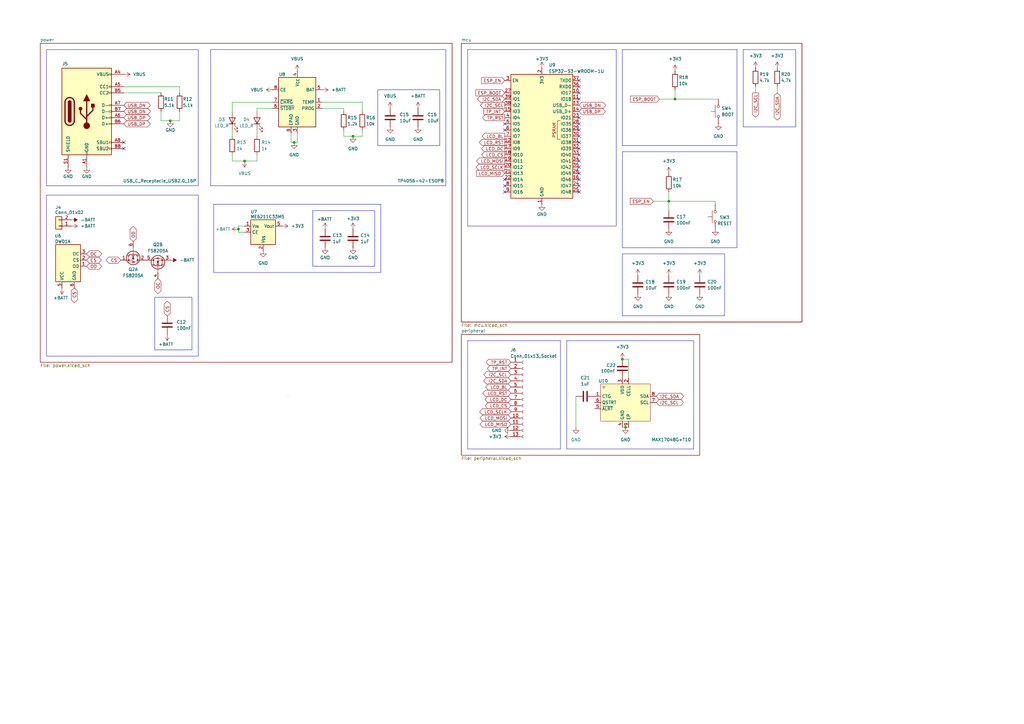
<source format=kicad_sch>
(kicad_sch (version 20250114) (generator "eeschema") (generator_version "9.0")
  (paper "A3")
  (lib_symbols
    (symbol "Battery_Management:DW01A"
      (property "Reference" "U3" (at 1.2701 6.35 90))
      (property "Value" "DW01A" (at -1.2699 6.35 90))
      (symbol "DW01A_0_1"
        (pin power_in line (at -10.16 2.54 0) (length 2.54) (name "VCC") (number "5"))
        (pin power_in line (at -10.16 -2.54 0) (length 2.54) (name "GND") (number "6"))
        (pin output line (at -1.27 -7.62 90) (length 2.54) (name "OD") (number "1"))
        (pin input line (at 1.27 -7.62 90) (length 2.54) (name "CS") (number "2"))
        (pin output line (at 3.81 -7.62 90) (length 2.54) (name "OC") (number "3"))
      )
      (symbol "DW01A_1_1"
        (rectangle (start -7.62 5.08) (end 7.62 -5.08) (stroke (width 0.254)) (fill (type background)))
        (pin no_connect line (at 10.16 2.54 180) (length 2.54) (hide yes) (name "TD") (number "4"))
      )
    )
    (symbol "Battery_Management:TP4056-42-ESOP8"
      (property "Reference" "U" (at -6.604 11.684 0))
      (property "Value" "TP4056-42-ESOP8" (at 10.16 11.684 0))
      (symbol "TP4056-42-ESOP8_1_0"
        (pin input line (at -10.16 5.08 0) (length 2.54) (name "CE") (number "8"))
        (pin open_collector line (at -10.16 0 0) (length 2.54) (name "~{CHRG}") (number "7"))
        (pin open_collector line (at -10.16 -2.54 0) (length 2.54) (name "~{STDBY}") (number "6"))
        (pin passive line (at -2.54 -12.7 90) (length 2.54) (name "EPAD") (number "9"))
        (pin power_in line (at 0 12.7 270) (length 2.54) (name "V_{CC}") (number "4"))
        (pin power_in line (at 0 -12.7 90) (length 2.54) (name "GND") (number "3"))
        (pin power_out line (at 10.16 5.08 180) (length 2.54) (name "BAT") (number "5"))
        (pin input line (at 10.16 0 180) (length 2.54) (name "TEMP") (number "1"))
        (pin passive line (at 10.16 -2.54 180) (length 2.54) (name "PROG") (number "2"))
      )
      (symbol "TP4056-42-ESOP8_1_1"
        (rectangle (start -7.62 10.16) (end 7.62 -10.16) (stroke (width 0.254)) (fill (type background)))
      )
    )
    (symbol "Connector:Conn_01x13_Socket" (pin_names (offset 1.016) (hide yes))
      (property "Reference" "J" (at 0 17.78 0))
      (property "Value" "Conn_01x13_Socket" (at 0 -17.78 0))
      (symbol "Conn_01x13_Socket_1_1"
        (polyline (pts (xy -1.27 15.24) (xy -0.508 15.24)) (stroke (width 0.1524)))
        (polyline (pts (xy -1.27 12.7) (xy -0.508 12.7)) (stroke (width 0.1524)))
        (polyline (pts (xy -1.27 10.16) (xy -0.508 10.16)) (stroke (width 0.1524)))
        (polyline (pts (xy -1.27 7.62) (xy -0.508 7.62)) (stroke (width 0.1524)))
        (polyline (pts (xy -1.27 5.08) (xy -0.508 5.08)) (stroke (width 0.1524)))
        (polyline (pts (xy -1.27 2.54) (xy -0.508 2.54)) (stroke (width 0.1524)))
        (polyline (pts (xy -1.27 0) (xy -0.508 0)) (stroke (width 0.1524)))
        (polyline (pts (xy -1.27 -2.54) (xy -0.508 -2.54)) (stroke (width 0.1524)))
        (polyline (pts (xy -1.27 -5.08) (xy -0.508 -5.08)) (stroke (width 0.1524)))
        (polyline (pts (xy -1.27 -7.62) (xy -0.508 -7.62)) (stroke (width 0.1524)))
        (polyline (pts (xy -1.27 -10.16) (xy -0.508 -10.16)) (stroke (width 0.1524)))
        (polyline (pts (xy -1.27 -12.7) (xy -0.508 -12.7)) (stroke (width 0.1524)))
        (polyline (pts (xy -1.27 -15.24) (xy -0.508 -15.24)) (stroke (width 0.1524)))
        (arc (start 0 14.732) (mid -0.5058 15.24) (end 0 15.748) (stroke (width 0.1524)))
        (arc (start 0 12.192) (mid -0.5058 12.7) (end 0 13.208) (stroke (width 0.1524)))
        (arc (start 0 9.652) (mid -0.5058 10.16) (end 0 10.668) (stroke (width 0.1524)))
        (arc (start 0 7.112) (mid -0.5058 7.62) (end 0 8.128) (stroke (width 0.1524)))
        (arc (start 0 4.572) (mid -0.5058 5.08) (end 0 5.588) (stroke (width 0.1524)))
        (arc (start 0 2.032) (mid -0.5058 2.54) (end 0 3.048) (stroke (width 0.1524)))
        (arc (start 0 -0.508) (mid -0.5058 0) (end 0 0.508) (stroke (width 0.1524)))
        (arc (start 0 -3.048) (mid -0.5058 -2.54) (end 0 -2.032) (stroke (width 0.1524)))
        (arc (start 0 -5.588) (mid -0.5058 -5.08) (end 0 -4.572) (stroke (width 0.1524)))
        (arc (start 0 -8.128) (mid -0.5058 -7.62) (end 0 -7.112) (stroke (width 0.1524)))
        (arc (start 0 -10.668) (mid -0.5058 -10.16) (end 0 -9.652) (stroke (width 0.1524)))
        (arc (start 0 -13.208) (mid -0.5058 -12.7) (end 0 -12.192) (stroke (width 0.1524)))
        (arc (start 0 -15.748) (mid -0.5058 -15.24) (end 0 -14.732) (stroke (width 0.1524)))
        (pin passive line (at -5.08 15.24 0) (length 3.81) (name "Pin_1") (number "1"))
        (pin passive line (at -5.08 12.7 0) (length 3.81) (name "Pin_2") (number "2"))
        (pin passive line (at -5.08 10.16 0) (length 3.81) (name "Pin_3") (number "3"))
        (pin passive line (at -5.08 7.62 0) (length 3.81) (name "Pin_4") (number "4"))
        (pin passive line (at -5.08 5.08 0) (length 3.81) (name "Pin_5") (number "5"))
        (pin passive line (at -5.08 2.54 0) (length 3.81) (name "Pin_6") (number "6"))
        (pin passive line (at -5.08 0 0) (length 3.81) (name "Pin_7") (number "7"))
        (pin passive line (at -5.08 -2.54 0) (length 3.81) (name "Pin_8") (number "8"))
        (pin passive line (at -5.08 -5.08 0) (length 3.81) (name "Pin_9") (number "9"))
        (pin passive line (at -5.08 -7.62 0) (length 3.81) (name "Pin_10") (number "10"))
        (pin passive line (at -5.08 -10.16 0) (length 3.81) (name "Pin_11") (number "11"))
        (pin passive line (at -5.08 -12.7 0) (length 3.81) (name "Pin_12") (number "12"))
        (pin passive line (at -5.08 -15.24 0) (length 3.81) (name "Pin_13") (number "13"))
      )
    )
    (symbol "Connector:USB_C_Receptacle_USB2.0_16P" (pin_names (offset 1.016))
      (property "Reference" "J" (at 0 22.225 0))
      (property "Value" "USB_C_Receptacle_USB2.0_16P" (at 0 19.685 0))
      (symbol "USB_C_Receptacle_USB2.0_16P_0_0"
        (rectangle (start -0.254 -17.78) (end 0.254 -16.764))
        (rectangle (start 10.16 15.494) (end 9.144 14.986))
        (rectangle (start 10.16 10.414) (end 9.144 9.906))
        (rectangle (start 10.16 7.874) (end 9.144 7.366))
        (rectangle (start 10.16 2.794) (end 9.144 2.286))
        (rectangle (start 10.16 0.254) (end 9.144 -0.254))
        (rectangle (start 10.16 -2.286) (end 9.144 -2.794))
        (rectangle (start 10.16 -4.826) (end 9.144 -5.334))
        (rectangle (start 10.16 -12.446) (end 9.144 -12.954))
        (rectangle (start 10.16 -14.986) (end 9.144 -15.494))
      )
      (symbol "USB_C_Receptacle_USB2.0_16P_0_1"
        (rectangle (start -10.16 17.78) (end 10.16 -17.78) (stroke (width 0.254)) (fill (type background)))
        (polyline (pts (xy -8.89 -3.81) (xy -8.89 3.81)) (stroke (width 0.508)))
        (rectangle (start -7.62 -3.81) (end -6.35 3.81) (stroke (width 0.254)) (fill (type outline)))
        (arc (start -7.62 3.81) (mid -6.985 4.4423) (end -6.35 3.81) (stroke (width 0.254)))
        (arc (start -7.62 3.81) (mid -6.985 4.4423) (end -6.35 3.81) (stroke (width 0.254)) (fill (type outline)))
        (arc (start -8.89 3.81) (mid -6.985 5.7067) (end -5.08 3.81) (stroke (width 0.508)))
        (arc (start -5.08 -3.81) (mid -6.985 -5.7067) (end -8.89 -3.81) (stroke (width 0.508)))
        (arc (start -6.35 -3.81) (mid -6.985 -4.4423) (end -7.62 -3.81) (stroke (width 0.254)))
        (arc (start -6.35 -3.81) (mid -6.985 -4.4423) (end -7.62 -3.81) (stroke (width 0.254)) (fill (type outline)))
        (polyline (pts (xy -5.08 3.81) (xy -5.08 -3.81)) (stroke (width 0.508)))
        (circle (center -2.54 1.143) (radius 0.635) (stroke (width 0.254)) (fill (type outline)))
        (polyline (pts (xy -1.27 4.318) (xy 0 6.858) (xy 1.27 4.318) (xy -1.27 4.318)) (stroke (width 0.254)) (fill (type outline)))
        (polyline (pts (xy 0 -2.032) (xy 2.54 0.508) (xy 2.54 1.778)) (stroke (width 0.508)))
        (polyline (pts (xy 0 -3.302) (xy -2.54 -0.762) (xy -2.54 0.508)) (stroke (width 0.508)))
        (polyline (pts (xy 0 -5.842) (xy 0 4.318)) (stroke (width 0.508)))
        (circle (center 0 -5.842) (radius 1.27) (fill (type outline)))
        (rectangle (start 1.905 1.778) (end 3.175 3.048) (stroke (width 0.254)) (fill (type outline)))
      )
      (symbol "USB_C_Receptacle_USB2.0_16P_1_1"
        (pin passive line (at -7.62 -22.86 90) (length 5.08) (name "SHIELD") (number "S1"))
        (pin passive line (at 0 -22.86 90) (length 5.08) (name "GND") (number "A1"))
        (pin passive line (at 0 -22.86 90) (length 5.08) (hide yes) (name "GND") (number "A12"))
        (pin passive line (at 0 -22.86 90) (length 5.08) (hide yes) (name "GND") (number "B1"))
        (pin passive line (at 0 -22.86 90) (length 5.08) (hide yes) (name "GND") (number "B12"))
        (pin passive line (at 15.24 15.24 180) (length 5.08) (name "VBUS") (number "A4"))
        (pin passive line (at 15.24 15.24 180) (length 5.08) (hide yes) (name "VBUS") (number "A9"))
        (pin passive line (at 15.24 15.24 180) (length 5.08) (hide yes) (name "VBUS") (number "B4"))
        (pin passive line (at 15.24 15.24 180) (length 5.08) (hide yes) (name "VBUS") (number "B9"))
        (pin bidirectional line (at 15.24 10.16 180) (length 5.08) (name "CC1") (number "A5"))
        (pin bidirectional line (at 15.24 7.62 180) (length 5.08) (name "CC2") (number "B5"))
        (pin bidirectional line (at 15.24 2.54 180) (length 5.08) (name "D-") (number "A7"))
        (pin bidirectional line (at 15.24 0 180) (length 5.08) (name "D-") (number "B7"))
        (pin bidirectional line (at 15.24 -2.54 180) (length 5.08) (name "D+") (number "A6"))
        (pin bidirectional line (at 15.24 -5.08 180) (length 5.08) (name "D+") (number "B6"))
        (pin bidirectional line (at 15.24 -12.7 180) (length 5.08) (name "SBU1") (number "A8"))
        (pin bidirectional line (at 15.24 -15.24 180) (length 5.08) (name "SBU2") (number "B8"))
      )
    )
    (symbol "Connector_Generic:Conn_01x02" (pin_names (offset 1.016) (hide yes))
      (property "Reference" "J" (at 0 2.54 0))
      (property "Value" "Conn_01x02" (at 0 -5.08 0))
      (symbol "Conn_01x02_1_1"
        (rectangle (start -1.27 1.27) (end 1.27 -3.81) (stroke (width 0.254)) (fill (type background)))
        (rectangle (start -1.27 0.127) (end 0 -0.127) (stroke (width 0.1524)))
        (rectangle (start -1.27 -2.413) (end 0 -2.667) (stroke (width 0.1524)))
        (pin passive line (at -5.08 0 0) (length 3.81) (name "Pin_1") (number "1"))
        (pin passive line (at -5.08 -2.54 0) (length 3.81) (name "Pin_2") (number "2"))
      )
    )
    (symbol "Device:C" (pin_numbers (hide yes)) (pin_names (offset 0.254))
      (property "Reference" "C" (at 0.635 2.54 0))
      (property "Value" "C" (at 0.635 -2.54 0))
      (symbol "C_0_1"
        (polyline (pts (xy -2.032 0.762) (xy 2.032 0.762)) (stroke (width 0.508)))
        (polyline (pts (xy -2.032 -0.762) (xy 2.032 -0.762)) (stroke (width 0.508)))
      )
      (symbol "C_1_1"
        (pin passive line (at 0 3.81 270) (length 2.794) (name "~") (number "1"))
        (pin passive line (at 0 -3.81 90) (length 2.794) (name "~") (number "2"))
      )
    )
    (symbol "Device:LED" (pin_numbers (hide yes)) (pin_names (offset 1.016) (hide yes))
      (property "Reference" "D" (at 0 2.54 0))
      (property "Value" "LED" (at 0 -2.54 0))
      (symbol "LED_0_1"
        (polyline (pts (xy -3.048 -0.762) (xy -4.572 -2.286) (xy -3.81 -2.286) (xy -4.572 -2.286) (xy -4.572 -1.524)))
        (polyline (pts (xy -1.778 -0.762) (xy -3.302 -2.286) (xy -2.54 -2.286) (xy -3.302 -2.286) (xy -3.302 -1.524)))
        (polyline (pts (xy -1.27 0) (xy 1.27 0)))
        (polyline (pts (xy -1.27 -1.27) (xy -1.27 1.27)) (stroke (width 0.254)))
        (polyline (pts (xy 1.27 -1.27) (xy 1.27 1.27) (xy -1.27 0) (xy 1.27 -1.27)) (stroke (width 0.254)))
      )
      (symbol "LED_1_1"
        (pin passive line (at -3.81 0 0) (length 2.54) (name "K") (number "1"))
        (pin passive line (at 3.81 0 180) (length 2.54) (name "A") (number "2"))
      )
    )
    (symbol "Device:R" (pin_numbers (hide yes)) (pin_names (offset 0))
      (property "Reference" "R" (at 2.032 0 90))
      (property "Value" "R" (at 0 0 90))
      (symbol "R_0_1"
        (rectangle (start -1.016 -2.54) (end 1.016 2.54) (stroke (width 0.254)))
      )
      (symbol "R_1_1"
        (pin passive line (at 0 3.81 270) (length 1.27) (name "~") (number "1"))
        (pin passive line (at 0 -3.81 90) (length 1.27) (name "~") (number "2"))
      )
    )
    (symbol "RF_Module:ESP32-S3-WROOM-1"
      (property "Reference" "U" (at -12.7 26.67 0))
      (property "Value" "ESP32-S3-WROOM-1" (at 12.7 26.67 0))
      (symbol "ESP32-S3-WROOM-1_0_0"
        (rectangle (start -12.7 25.4) (end 12.7 -25.4) (stroke (width 0.254)) (fill (type background)))
        (text "PSRAM" (at 5.08 2.54 900) (effects (font (size 1.27 1.27))))
      )
      (symbol "ESP32-S3-WROOM-1_0_1"
        (polyline (pts (xy 7.62 -1.27) (xy 6.35 -1.27) (xy 6.35 6.35) (xy 7.62 6.35)))
      )
      (symbol "ESP32-S3-WROOM-1_1_1"
        (pin input line (at -15.24 22.86 0) (length 2.54) (name "EN") (number "3"))
        (pin bidirectional line (at -15.24 17.78 0) (length 2.54) (name "IO0") (number "27"))
        (pin bidirectional line (at -15.24 15.24 0) (length 2.54) (name "IO1") (number "39"))
        (pin bidirectional line (at -15.24 12.7 0) (length 2.54) (name "IO2") (number "38"))
        (pin bidirectional line (at -15.24 10.16 0) (length 2.54) (name "IO3") (number "15"))
        (pin bidirectional line (at -15.24 7.62 0) (length 2.54) (name "IO4") (number "4"))
        (pin bidirectional line (at -15.24 5.08 0) (length 2.54) (name "IO5") (number "5"))
        (pin bidirectional line (at -15.24 2.54 0) (length 2.54) (name "IO6") (number "6"))
        (pin bidirectional line (at -15.24 0 0) (length 2.54) (name "IO7") (number "7"))
        (pin bidirectional line (at -15.24 -2.54 0) (length 2.54) (name "IO8") (number "12"))
        (pin bidirectional line (at -15.24 -5.08 0) (length 2.54) (name "IO9") (number "17"))
        (pin bidirectional line (at -15.24 -7.62 0) (length 2.54) (name "IO10") (number "18"))
        (pin bidirectional line (at -15.24 -10.16 0) (length 2.54) (name "IO11") (number "19"))
        (pin bidirectional line (at -15.24 -12.7 0) (length 2.54) (name "IO12") (number "20"))
        (pin bidirectional line (at -15.24 -15.24 0) (length 2.54) (name "IO13") (number "21"))
        (pin bidirectional line (at -15.24 -17.78 0) (length 2.54) (name "IO14") (number "22"))
        (pin bidirectional line (at -15.24 -20.32 0) (length 2.54) (name "IO15") (number "8"))
        (pin bidirectional line (at -15.24 -22.86 0) (length 2.54) (name "IO16") (number "9"))
        (pin power_in line (at 0 27.94 270) (length 2.54) (name "3V3") (number "2"))
        (pin power_in line (at 0 -27.94 90) (length 2.54) (name "GND") (number "1"))
        (pin passive line (at 0 -27.94 90) (length 2.54) (hide yes) (name "GND") (number "40"))
        (pin passive line (at 0 -27.94 90) (length 2.54) (hide yes) (name "GND") (number "41"))
        (pin bidirectional line (at 15.24 22.86 180) (length 2.54) (name "TXD0") (number "37"))
        (pin bidirectional line (at 15.24 20.32 180) (length 2.54) (name "RXD0") (number "36"))
        (pin bidirectional line (at 15.24 17.78 180) (length 2.54) (name "IO17") (number "10"))
        (pin bidirectional line (at 15.24 15.24 180) (length 2.54) (name "IO18") (number "11"))
        (pin bidirectional line (at 15.24 12.7 180) (length 2.54) (name "USB_D-") (number "13"))
        (pin bidirectional line (at 15.24 10.16 180) (length 2.54) (name "USB_D+") (number "14"))
        (pin bidirectional line (at 15.24 7.62 180) (length 2.54) (name "IO21") (number "23"))
        (pin bidirectional line (at 15.24 5.08 180) (length 2.54) (name "IO35") (number "28"))
        (pin bidirectional line (at 15.24 2.54 180) (length 2.54) (name "IO36") (number "29"))
        (pin bidirectional line (at 15.24 0 180) (length 2.54) (name "IO37") (number "30"))
        (pin bidirectional line (at 15.24 -2.54 180) (length 2.54) (name "IO38") (number "31"))
        (pin bidirectional line (at 15.24 -5.08 180) (length 2.54) (name "IO39") (number "32"))
        (pin bidirectional line (at 15.24 -7.62 180) (length 2.54) (name "IO40") (number "33"))
        (pin bidirectional line (at 15.24 -10.16 180) (length 2.54) (name "IO41") (number "34"))
        (pin bidirectional line (at 15.24 -12.7 180) (length 2.54) (name "IO42") (number "35"))
        (pin bidirectional line (at 15.24 -15.24 180) (length 2.54) (name "IO45") (number "26"))
        (pin bidirectional line (at 15.24 -17.78 180) (length 2.54) (name "IO46") (number "16"))
        (pin bidirectional line (at 15.24 -20.32 180) (length 2.54) (name "IO47") (number "24"))
        (pin bidirectional line (at 15.24 -22.86 180) (length 2.54) (name "IO48") (number "25"))
      )
    )
    (symbol "Regulator_Linear:ME6211C33M5"
      (property "Reference" "U" (at -4.572 6.35 0))
      (property "Value" "ME6211C33M5" (at 10.16 8.636 0))
      (symbol "ME6211C33M5_1_1"
        (rectangle (start -5.08 5.08) (end 5.08 -5.08) (stroke (width 0.254)) (fill (type background)))
        (pin power_in line (at -7.62 2.54 0) (length 2.54) (name "V_{IN}") (number "1"))
        (pin input line (at -7.62 0 0) (length 2.54) (name "CE") (number "3"))
        (pin power_in line (at 0 -7.62 90) (length 2.54) (name "V_{SS}") (number "2"))
        (pin no_connect line (at 5.08 0 180) (length 2.54) (hide yes) (name "NC") (number "4"))
        (pin power_out line (at 7.62 2.54 180) (length 2.54) (name "V_{OUT}") (number "5"))
      )
    )
    (symbol "Switch:SW_Push" (pin_numbers (hide yes)) (pin_names (offset 1.016) (hide yes))
      (property "Reference" "SW" (at 1.27 2.54 0))
      (property "Value" "SW_Push" (at 0 -1.524 0))
      (symbol "SW_Push_0_1"
        (circle (center -2.032 0) (radius 0.508))
        (polyline (pts (xy 0 1.27) (xy 0 3.048)))
        (circle (center 2.032 0) (radius 0.508))
        (polyline (pts (xy 2.54 1.27) (xy -2.54 1.27)))
        (pin passive line (at -5.08 0 0) (length 2.54) (name "1") (number "1"))
        (pin passive line (at 5.08 0 180) (length 2.54) (name "2") (number "2"))
      )
    )
    (symbol "VRCBadge:FS8205A" (pin_names (offset 0) (hide yes))
      (property "Reference" "Q" (at 5.08 1.905 0))
      (property "Value" "FS8205A" (at 5.08 0 0))
      (symbol "FS8205A_0_1"
        (polyline (pts (xy 0.254 1.905) (xy 0.254 -1.905)) (stroke (width 0.254)))
        (polyline (pts (xy 0.254 0) (xy -2.54 0)))
        (polyline (pts (xy 0.762 2.286) (xy 0.762 1.27)) (stroke (width 0.254)))
        (polyline (pts (xy 0.762 0.508) (xy 0.762 -0.508)) (stroke (width 0.254)))
        (polyline (pts (xy 0.762 -1.27) (xy 0.762 -2.286)) (stroke (width 0.254)))
        (polyline (pts (xy 0.762 -1.778) (xy 3.302 -1.778) (xy 3.302 1.778) (xy 0.762 1.778)))
        (polyline (pts (xy 1.016 0) (xy 2.032 0.381) (xy 2.032 -0.381) (xy 1.016 0)) (fill (type outline)))
        (circle (center 1.651 0) (radius 2.794) (stroke (width 0.254)))
        (polyline (pts (xy 2.54 2.54) (xy 2.54 1.778)))
        (circle (center 2.54 1.778) (radius 0.254) (fill (type outline)))
        (circle (center 2.54 -1.778) (radius 0.254) (fill (type outline)))
        (polyline (pts (xy 2.54 -2.54) (xy 2.54 0) (xy 0.762 0)))
        (polyline (pts (xy 2.921 0.381) (xy 3.683 0.381)))
        (polyline (pts (xy 3.302 0.381) (xy 2.921 -0.254) (xy 3.683 -0.254) (xy 3.302 0.381)))
      )
      (symbol "FS8205A_1_1"
        (pin input line (at -5.08 0 0) (length 2.54) (name "G") (number "6"))
        (pin passive line (at 2.54 5.08 270) (length 2.54) (name "D") (number "2"))
        (pin passive line (at 2.54 -5.08 90) (length 2.54) (name "S") (number "1"))
      )
      (symbol "FS8205A_2_1"
        (pin input line (at -5.08 0 0) (length 2.54) (name "G") (number "4"))
        (pin passive line (at 2.54 5.08 270) (length 2.54) (name "D") (number "5"))
        (pin passive line (at 2.54 -5.08 90) (length 2.54) (name "S") (number "3"))
      )
    )
    (symbol "VRCBadge:MAX17048G+T10"
      (property "Reference" "U5" (at 0 12.7 0))
      (property "Value" "MAX17048G+T10" (at 0 10.16 0))
      (symbol "MAX17048G+T10_0_1"
        (rectangle (start -10.16 7.62) (end 10.16 -7.62) (fill (type background)))
        (circle (center -8.89 6.35) (radius 0.38))
        (pin unspecified line (at -12.7 2.54 0) (length 2.54) (name "CTG") (number "1"))
        (pin unspecified line (at -12.7 0 0) (length 2.54) (name "QSTRT") (number "6"))
        (pin unspecified line (at -12.7 -2.54 0) (length 2.54) (name "~{ALRT}") (number "5"))
        (pin unspecified line (at -1.27 10.16 270) (length 2.54) (name "VDD") (number "3"))
        (pin unspecified line (at -1.27 -10.16 90) (length 2.54) (name "GND") (number "4"))
        (pin unspecified line (at 1.27 10.16 270) (length 2.54) (name "CELL") (number "2"))
        (pin unspecified line (at 1.27 -10.16 90) (length 2.54) (name "EP") (number "9"))
        (pin unspecified line (at 12.7 2.54 180) (length 2.54) (name "SDA") (number "8"))
        (pin unspecified line (at 12.7 0 180) (length 2.54) (name "SCL") (number "7"))
      )
    )
    (symbol "power:+3V3" (power) (pin_numbers (hide yes)) (pin_names (offset 0) (hide yes))
      (property "Value" "+3V3" (at 0 3.556 0))
      (symbol "+3V3_0_1"
        (polyline (pts (xy -0.762 1.27) (xy 0 2.54)))
        (polyline (pts (xy 0 2.54) (xy 0.762 1.27)))
        (polyline (pts (xy 0 0) (xy 0 2.54)))
      )
      (symbol "+3V3_1_1"
        (pin power_in line (at 0 0 90) (length 0) (name "~") (number "1"))
      )
    )
    (symbol "power:+BATT" (power) (pin_numbers (hide yes)) (pin_names (offset 0) (hide yes))
      (property "Value" "+BATT" (at 0 3.556 0))
      (symbol "+BATT_0_1"
        (polyline (pts (xy -0.762 1.27) (xy 0 2.54)))
        (polyline (pts (xy 0 2.54) (xy 0.762 1.27)))
        (polyline (pts (xy 0 0) (xy 0 2.54)))
      )
      (symbol "+BATT_1_1"
        (pin power_in line (at 0 0 90) (length 0) (name "~") (number "1"))
      )
    )
    (symbol "power:-BATT" (power) (pin_numbers (hide yes)) (pin_names (offset 0) (hide yes))
      (property "Value" "-BATT" (at 0 3.556 0))
      (symbol "-BATT_0_1"
        (polyline (pts (xy 0 0) (xy 0 2.54)))
        (polyline (pts (xy 0.762 1.27) (xy -0.762 1.27) (xy 0 2.54) (xy 0.762 1.27)) (fill (type outline)))
      )
      (symbol "-BATT_1_1"
        (pin power_in line (at 0 0 90) (length 0) (name "~") (number "1"))
      )
    )
    (symbol "power:GND" (power) (pin_numbers (hide yes)) (pin_names (offset 0) (hide yes))
      (property "Value" "GND" (at 0 -3.81 0))
      (symbol "GND_0_1"
        (polyline (pts (xy 0 0) (xy 0 -1.27) (xy 1.27 -1.27) (xy 0 -2.54) (xy -1.27 -1.27) (xy 0 -1.27)))
      )
      (symbol "GND_1_1"
        (pin power_in line (at 0 0 270) (length 0) (name "~") (number "1"))
      )
    )
    (symbol "power:VBUS" (power) (pin_numbers (hide yes)) (pin_names (offset 0) (hide yes))
      (property "Value" "VBUS" (at 0 3.556 0))
      (symbol "VBUS_0_1"
        (polyline (pts (xy -0.762 1.27) (xy 0 2.54)))
        (polyline (pts (xy 0 2.54) (xy 0.762 1.27)))
        (polyline (pts (xy 0 0) (xy 0 2.54)))
      )
      (symbol "VBUS_1_1"
        (pin power_in line (at 0 0 90) (length 0) (name "~") (number "1"))
      )
    )
  )
  (rectangle (start 191.77 20.32) (end 252.73 92.71))
  (rectangle (start 87.63 83.82) (end 156.21 111.76))
  (rectangle (start 232.41 139.7) (end 284.48 184.15))
  (rectangle (start 154.94 36.83) (end 180.34 59.69))
  (rectangle (start 63.5 121.92) (end 78.74 143.51))
  (rectangle (start 255.27 104.14) (end 297.18 129.54))
  (rectangle (start 19.05 80.01) (end 81.28 146.05))
  (rectangle (start 118.11 162.56) (end 118.11 162.56))
  (rectangle (start 255.27 20.32) (end 302.26 59.69))
  (rectangle (start 304.8 20.32) (end 326.39 52.07))
  (rectangle (start 19.05 20.32) (end 81.28 76.2))
  (rectangle (start 191.77 139.7) (end 229.87 184.15))
  (rectangle (start 255.27 62.23) (end 302.26 101.6))
  (rectangle (start 86.36 20.32) (end 182.88 76.2))
  (rectangle (start 128.27 86.36) (end 153.67 109.22))
  (junction (at 97.79 93.98))
  (junction (at 276.86 40.64))
  (junction (at 69.85 49.53))
  (junction (at 120.65 58.42))
  (junction (at 144.78 55.88))
  (junction (at 274.32 82.55))
  (junction (at 255.27 147.32))
  (junction (at 256.54 175.26))
  (junction (at 100.33 66.04))
  (no_connect (at 237.49 60.96))
  (no_connect (at 207.01 76.2))
  (no_connect (at 237.49 38.1))
  (no_connect (at 237.49 78.74))
  (no_connect (at 50.8 58.42))
  (no_connect (at 237.49 50.8))
  (no_connect (at 237.49 35.56))
  (no_connect (at 207.01 53.34))
  (no_connect (at 50.8 60.96))
  (no_connect (at 207.01 73.66))
  (no_connect (at 237.49 76.2))
  (no_connect (at 237.49 53.34))
  (no_connect (at 207.01 50.8))
  (no_connect (at 237.49 73.66))
  (no_connect (at 207.01 78.74))
  (no_connect (at 237.49 66.04))
  (no_connect (at 237.49 68.58))
  (no_connect (at 237.49 40.64))
  (no_connect (at 237.49 33.02))
  (no_connect (at 237.49 48.26))
  (no_connect (at 237.49 55.88))
  (no_connect (at 237.49 58.42))
  (no_connect (at 237.49 63.5))
  (no_connect (at 237.49 71.12))
  (wire (pts (xy 97.79 93.98) (xy 97.79 92.71)))
  (wire (pts (xy 121.92 58.42) (xy 121.92 54.61)))
  (wire (pts (xy 144.78 55.88) (xy 148.59 55.88)))
  (wire (pts (xy 257.81 154.94) (xy 257.81 147.32)))
  (wire (pts (xy 276.86 40.64) (xy 294.64 40.64)))
  (wire (pts (xy 293.37 83.82) (xy 293.37 82.55)))
  (wire (pts (xy 97.79 95.25) (xy 97.79 93.98)))
  (wire (pts (xy 267.97 82.55) (xy 274.32 82.55)))
  (wire (pts (xy 95.25 66.04) (xy 100.33 66.04)))
  (wire (pts (xy 293.37 82.55) (xy 274.32 82.55)))
  (wire (pts (xy 50.8 35.56) (xy 73.66 35.56)))
  (wire (pts (xy 148.59 41.91) (xy 148.59 45.72)))
  (wire (pts (xy 119.38 54.61) (xy 119.38 58.42)))
  (wire (pts (xy 105.41 55.88) (xy 105.41 53.34)))
  (wire (pts (xy 276.86 36.83) (xy 276.86 40.64)))
  (wire (pts (xy 95.25 55.88) (xy 95.25 53.34)))
  (wire (pts (xy 132.08 44.45) (xy 140.97 44.45)))
  (wire (pts (xy 100.33 66.04) (xy 105.41 66.04)))
  (wire (pts (xy 274.32 78.74) (xy 274.32 82.55)))
  (wire (pts (xy 140.97 53.34) (xy 140.97 55.88)))
  (wire (pts (xy 95.25 41.91) (xy 95.25 45.72)))
  (wire (pts (xy 256.54 175.26) (xy 257.81 175.26)))
  (wire (pts (xy 132.08 41.91) (xy 148.59 41.91)))
  (wire (pts (xy 236.22 162.56) (xy 236.22 175.26)))
  (wire (pts (xy 100.33 95.25) (xy 97.79 95.25)))
  (wire (pts (xy 105.41 44.45) (xy 105.41 45.72)))
  (wire (pts (xy 119.38 58.42) (xy 120.65 58.42)))
  (wire (pts (xy 111.76 41.91) (xy 95.25 41.91)))
  (wire (pts (xy 95.25 63.5) (xy 95.25 66.04)))
  (wire (pts (xy 270.51 40.64) (xy 276.86 40.64)))
  (wire (pts (xy 50.8 38.1) (xy 66.04 38.1)))
  (wire (pts (xy 69.85 49.53) (xy 73.66 49.53)))
  (wire (pts (xy 140.97 55.88) (xy 144.78 55.88)))
  (wire (pts (xy 73.66 45.72) (xy 73.66 49.53)))
  (wire (pts (xy 66.04 49.53) (xy 69.85 49.53)))
  (wire (pts (xy 97.79 92.71) (xy 100.33 92.71)))
  (wire (pts (xy 140.97 44.45) (xy 140.97 45.72)))
  (wire (pts (xy 274.32 82.55) (xy 274.32 86.36)))
  (wire (pts (xy 105.41 66.04) (xy 105.41 63.5)))
  (wire (pts (xy 111.76 44.45) (xy 105.41 44.45)))
  (wire (pts (xy 148.59 53.34) (xy 148.59 55.88)))
  (wire (pts (xy 66.04 45.72) (xy 66.04 49.53)))
  (wire (pts (xy 120.65 58.42) (xy 121.92 58.42)))
  (wire (pts (xy 318.77 38.1) (xy 318.77 35.56)))
  (wire (pts (xy 257.81 147.32) (xy 255.27 147.32)))
  (wire (pts (xy 73.66 35.56) (xy 73.66 38.1)))
  (wire (pts (xy 255.27 175.26) (xy 256.54 175.26)))
  (wire (pts (xy 309.88 38.1) (xy 309.88 35.56)))
  (global_label "I2C_SCL" (shape bidirectional) (at 209.55 153.67 180) (property "Intersheetrefs" "${INTERSHEET_REFS}" (effects (hide yes))))
  (global_label "LCD_BL" (shape output) (at 207.01 55.88 180) (property "Intersheetrefs" "${INTERSHEET_REFS}" (effects (hide yes))))
  (global_label "USB_DP" (shape bidirectional) (at 50.8 48.26 0) (property "Intersheetrefs" "${INTERSHEET_REFS}" (effects (hide yes))))
  (global_label "ESP_BOOT" (shape input) (at 270.51 40.64 180) (property "Intersheetrefs" "${INTERSHEET_REFS}" (effects (hide yes))))
  (global_label "LCD_SCLK" (shape bidirectional) (at 209.55 168.91 180) (property "Intersheetrefs" "${INTERSHEET_REFS}" (effects (hide yes))))
  (global_label "CS" (shape bidirectional) (at 68.58 129.54 90) (property "Intersheetrefs" "${INTERSHEET_REFS}" (effects (hide yes))))
  (global_label "LCD_CS" (shape output) (at 207.01 63.5 180) (property "Intersheetrefs" "${INTERSHEET_REFS}" (effects (hide yes))))
  (global_label "LCD_MISO" (shape bidirectional) (at 209.55 173.99 180) (property "Intersheetrefs" "${INTERSHEET_REFS}" (effects (hide yes))))
  (global_label "CS" (shape bidirectional) (at 49.53 106.68 180) (property "Intersheetrefs" "${INTERSHEET_REFS}" (effects (hide yes))))
  (global_label "LCD_RST" (shape output) (at 207.01 58.42 180) (property "Intersheetrefs" "${INTERSHEET_REFS}" (effects (hide yes))))
  (global_label "LCD_DC" (shape bidirectional) (at 209.55 163.83 180) (property "Intersheetrefs" "${INTERSHEET_REFS}" (effects (hide yes))))
  (global_label "I2C_SDA" (shape bidirectional) (at 209.55 156.21 180) (property "Intersheetrefs" "${INTERSHEET_REFS}" (effects (hide yes))))
  (global_label "I2C_SCL" (shape output) (at 207.01 43.18 180) (property "Intersheetrefs" "${INTERSHEET_REFS}" (effects (hide yes))))
  (global_label "USB_DP" (shape bidirectional) (at 50.8 50.8 0) (property "Intersheetrefs" "${INTERSHEET_REFS}" (effects (hide yes))))
  (global_label "LCD_RST" (shape bidirectional) (at 209.55 161.29 180) (property "Intersheetrefs" "${INTERSHEET_REFS}" (effects (hide yes))))
  (global_label "I2C_SDA" (shape bidirectional) (at 269.24 162.56 0) (property "Intersheetrefs" "${INTERSHEET_REFS}" (effects (hide yes))))
  (global_label "LCD_MISO" (shape input) (at 207.01 71.12 180) (property "Intersheetrefs" "${INTERSHEET_REFS}" (effects (hide yes))))
  (global_label "OC" (shape bidirectional) (at 64.77 114.3 270) (property "Intersheetrefs" "${INTERSHEET_REFS}" (effects (hide yes))))
  (global_label "LCD_DC" (shape output) (at 207.01 60.96 180) (property "Intersheetrefs" "${INTERSHEET_REFS}" (effects (hide yes))))
  (global_label "CS" (shape bidirectional) (at 35.56 106.68 0) (property "Intersheetrefs" "${INTERSHEET_REFS}" (effects (hide yes))))
  (global_label "I2C_SCL" (shape bidirectional) (at 269.24 165.1 0) (property "Intersheetrefs" "${INTERSHEET_REFS}" (effects (hide yes))))
  (global_label "USB_DN" (shape bidirectional) (at 50.8 43.18 0) (property "Intersheetrefs" "${INTERSHEET_REFS}" (effects (hide yes))))
  (global_label "ESP_EN" (shape input) (at 207.01 33.02 180) (property "Intersheetrefs" "${INTERSHEET_REFS}" (effects (hide yes))))
  (global_label "ESP_BOOT" (shape input) (at 207.01 38.1 180) (property "Intersheetrefs" "${INTERSHEET_REFS}" (effects (hide yes))))
  (global_label "USB_DN" (shape bidirectional) (at 237.49 43.18 0) (property "Intersheetrefs" "${INTERSHEET_REFS}" (effects (hide yes))))
  (global_label "OD" (shape bidirectional) (at 35.56 109.22 0) (property "Intersheetrefs" "${INTERSHEET_REFS}" (effects (hide yes))))
  (global_label "USB_DP" (shape bidirectional) (at 237.49 45.72 0) (property "Intersheetrefs" "${INTERSHEET_REFS}" (effects (hide yes))))
  (global_label "LCD_BL" (shape bidirectional) (at 209.55 158.75 180) (property "Intersheetrefs" "${INTERSHEET_REFS}" (effects (hide yes))))
  (global_label "TP_INT" (shape input) (at 207.01 45.72 180) (property "Intersheetrefs" "${INTERSHEET_REFS}" (effects (hide yes))))
  (global_label "TP_RST" (shape output) (at 207.01 48.26 180) (property "Intersheetrefs" "${INTERSHEET_REFS}" (effects (hide yes))))
  (global_label "ESP_EN" (shape input) (at 267.97 82.55 180) (property "Intersheetrefs" "${INTERSHEET_REFS}" (effects (hide yes))))
  (global_label "I2C_SDA" (shape bidirectional) (at 318.77 38.1 270) (property "Intersheetrefs" "${INTERSHEET_REFS}" (effects (hide yes))))
  (global_label "OC" (shape bidirectional) (at 35.56 104.14 0) (property "Intersheetrefs" "${INTERSHEET_REFS}" (effects (hide yes))))
  (global_label "LCD_SCLK" (shape output) (at 207.01 68.58 180) (property "Intersheetrefs" "${INTERSHEET_REFS}" (effects (hide yes))))
  (global_label "OD" (shape bidirectional) (at 54.61 99.06 90) (property "Intersheetrefs" "${INTERSHEET_REFS}" (effects (hide yes))))
  (global_label "USB_DN" (shape bidirectional) (at 50.8 45.72 0) (property "Intersheetrefs" "${INTERSHEET_REFS}" (effects (hide yes))))
  (global_label "CS" (shape bidirectional) (at 30.48 118.11 270) (property "Intersheetrefs" "${INTERSHEET_REFS}" (effects (hide yes))))
  (global_label "LCD_MOSI" (shape bidirectional) (at 209.55 171.45 180) (property "Intersheetrefs" "${INTERSHEET_REFS}" (effects (hide yes))))
  (global_label "I2C_SDA" (shape bidirectional) (at 207.01 40.64 180) (property "Intersheetrefs" "${INTERSHEET_REFS}" (effects (hide yes))))
  (global_label "TP_INT" (shape bidirectional) (at 209.55 151.13 180) (property "Intersheetrefs" "${INTERSHEET_REFS}" (effects (hide yes))))
  (global_label "I2C_SCL" (shape output) (at 309.88 38.1 270) (property "Intersheetrefs" "${INTERSHEET_REFS}" (effects (hide yes))))
  (global_label "TP_RST" (shape bidirectional) (at 209.55 148.59 180) (property "Intersheetrefs" "${INTERSHEET_REFS}" (effects (hide yes))))
  (global_label "LCD_MOSI" (shape output) (at 207.01 66.04 180) (property "Intersheetrefs" "${INTERSHEET_REFS}" (effects (hide yes))))
  (global_label "LCD_CS" (shape bidirectional) (at 209.55 166.37 180) (property "Intersheetrefs" "${INTERSHEET_REFS}" (effects (hide yes))))
  (symbol (lib_id "power:GND") (at 222.25 83.82 0) (unit 1)
    (property "Reference" "#PWR064" (effects (hide yes)))
    (property "Value" "GND" (at 222.25 87.884 0))
    (property "Description" "Power symbol creates a global label with name \"GND\" , ground" (effects (hide yes)))
  )
  (symbol (lib_id "power:+BATT") (at 133.35 93.98 0) (unit 1)
    (property "Reference" "#PWR051" (effects (hide yes)))
    (property "Value" "+BATT" (at 130.048 89.916 0) (effects (justify left)))
    (property "Description" "Power symbol creates a global label with name \"+BATT\"" (effects (hide yes)))
  )
  (symbol (lib_id "Device:R") (at 309.88 31.75 0) (unit 1)
    (property "Reference" "R19" (at 311.404 30.48 0) (effects (justify left)))
    (property "Value" "4.7k" (at 311.404 33.02 0) (effects (justify left)))
    (property "Description" "Resistor" (effects (hide yes)))
  )
  (symbol (lib_id "RF_Module:ESP32-S3-WROOM-1") (at 222.25 55.88 0) (unit 1)
    (property "Reference" "U9" (at 225.044 26.67 0) (effects (justify left)))
    (property "Value" "ESP32-S3-WROOM-1U" (at 225.044 29.21 0) (effects (justify left)))
    (property "Footprint" "RF_Module:ESP32-S3-WROOM-1U" (effects (hide yes)))
    (property "Datasheet" "https://www.espressif.com/sites/default/files/documentation/esp32-s3-wroom-1_wroom-1u_datasheet_en.pdf" (effects (hide yes)))
    (property "Description" "RF Module, ESP32-S3 SoC, Wi-Fi 802.11b/g/n, Bluetooth, BLE, 32-bit, 3.3V, onboard antenna, SMD" (effects (hide yes)))
  )
  (symbol (lib_id "power:VBUS") (at 100.33 66.04 180) (unit 1)
    (property "Reference" "#PWR044" (effects (hide yes)))
    (property "Value" "VBUS" (at 100.33 71.12 0))
    (property "Description" "Power symbol creates a global label with name \"VBUS\"" (effects (hide yes)))
  )
  (symbol (lib_id "Connector:USB_C_Receptacle_USB2.0_16P") (at 35.56 45.72 0) (unit 1)
    (property "Reference" "J5" (at 26.67 26.162 0))
    (property "Value" "USB_C_Receptacle_USB2.0_16P" (at 65.532 74.168 0))
    (property "Datasheet" "https://www.usb.org/sites/default/files/documents/usb_type-c.zip" (effects (hide yes)))
    (property "Description" "USB 2.0-only 16P Type-C Receptacle connector" (effects (hide yes)))
  )
  (symbol (lib_id "power:-BATT") (at 69.85 106.68 270) (unit 1)
    (property "Reference" "#PWR042" (effects (hide yes)))
    (property "Value" "-BATT" (at 73.66 106.6799 90) (effects (justify left)))
    (property "Description" "Power symbol creates a global label with name \"-BATT\"" (effects (hide yes)))
  )
  (symbol (lib_id "Device:R") (at 66.04 41.91 0) (unit 1)
    (property "Reference" "R11" (at 67.31 40.64 0) (effects (justify left)))
    (property "Value" "5.1k" (at 67.31 43.18 0) (effects (justify left)))
    (property "Description" "Resistor" (effects (hide yes)))
  )
  (symbol (lib_id "Device:LED") (at 105.41 49.53 90) (unit 1)
    (property "Reference" "D4" (at 101.092 49.022 90))
    (property "Value" "LED_R" (at 101.092 51.562 90))
    (property "Description" "Light emitting diode" (effects (hide yes)))
    (property "Sim.Pins" "1=K 2=A" (effects (hide yes)))
  )
  (symbol (lib_id "power:+3V3") (at 274.32 71.12 0) (unit 1)
    (property "Reference" "#PWR060" (effects (hide yes)))
    (property "Value" "+3V3" (at 274.32 66.04 0))
    (property "Description" "Power symbol creates a global label with name \"+3V3\"" (effects (hide yes)))
  )
  (symbol (lib_id "power:+BATT") (at 171.45 44.45 0) (unit 1)
    (property "Reference" "#PWR058" (effects (hide yes)))
    (property "Value" "+BATT" (at 171.45 39.37 0))
    (property "Description" "Power symbol creates a global label with name \"+BATT\"" (effects (hide yes)))
  )
  (symbol (lib_id "Connector:Conn_01x13_Socket") (at 214.63 163.83 0) (unit 1)
    (property "Reference" "J6" (at 209.296 143.51 0) (effects (justify left)))
    (property "Value" "Conn_01x13_Socket" (at 209.296 146.05 0) (effects (justify left)))
    (property "Description" "Generic connector, single row, 01x13, script generated" (effects (hide yes)))
  )
  (symbol (lib_id "Battery_Management:DW01A") (at 27.94 107.95 90) (unit 1)
    (property "Reference" "U6" (at 25.146 96.774 90) (effects (justify left)))
    (property "Value" "DW01A" (at 28.956 99.0599 90) (effects (justify left)))
    (property "Footprint" "Package_TO_SOT_SMD:SOT-23-6" (effects (hide yes)))
    (property "Datasheet" "https://hmsemi.com/downfile/DW01A.PDF" (effects (hide yes)))
    (property "Description" "Overcharge, overcurrent and overdischarge protection IC for single cell lithium-ion/polymer battery" (effects (hide yes)))
  )
  (symbol (lib_id "power:GND") (at 144.78 101.6 0) (unit 1)
    (property "Reference" "#PWR055" (effects (hide yes)))
    (property "Value" "GND" (at 144.78 105.664 0))
    (property "Description" "Power symbol creates a global label with name \"GND\" , ground" (effects (hide yes)))
  )
  (symbol (lib_id "Device:LED") (at 95.25 49.53 90) (unit 1)
    (property "Reference" "D3" (at 90.932 49.022 90))
    (property "Value" "LED_R" (at 90.932 51.562 90))
    (property "Description" "Light emitting diode" (effects (hide yes)))
    (property "Sim.Pins" "1=K 2=A" (effects (hide yes)))
  )
  (symbol (lib_id "Device:C") (at 261.62 116.84 0) (unit 1)
    (property "Reference" "C18" (at 264.668 115.57 0) (effects (justify left)))
    (property "Value" "10uF" (at 264.668 118.11 0) (effects (justify left)))
    (property "Description" "Unpolarized capacitor" (effects (hide yes)))
  )
  (symbol (lib_id "power:+3V3") (at 261.62 113.03 0) (unit 1)
    (property "Reference" "#PWR068" (effects (hide yes)))
    (property "Value" "+3V3" (at 261.62 107.95 0))
    (property "Description" "Power symbol creates a global label with name \"+3V3\"" (effects (hide yes)))
  )
  (symbol (lib_id "power:GND") (at 256.54 175.26 0) (unit 1)
    (property "Reference" "#PWR079" (effects (hide yes)))
    (property "Value" "GND" (at 256.54 180.34 0))
    (property "Description" "Power symbol creates a global label with name \"GND\" , ground" (effects (hide yes)))
  )
  (symbol (lib_id "power:+3V3") (at 318.77 27.94 0) (unit 1)
    (property "Reference" "#PWR070" (effects (hide yes)))
    (property "Value" "+3V3" (at 318.77 22.86 0))
    (property "Description" "Power symbol creates a global label with name \"+3V3\"" (effects (hide yes)))
  )
  (symbol (lib_id "Device:R") (at 318.77 31.75 0) (unit 1)
    (property "Reference" "R20" (at 320.294 30.48 0) (effects (justify left)))
    (property "Value" "4.7k" (at 320.294 33.02 0) (effects (justify left)))
    (property "Description" "Resistor" (effects (hide yes)))
  )
  (symbol (lib_id "Device:C") (at 274.32 90.17 0) (unit 1)
    (property "Reference" "C17" (at 277.368 88.9 0) (effects (justify left)))
    (property "Value" "100nF" (at 277.368 91.44 0) (effects (justify left)))
    (property "Description" "Unpolarized capacitor" (effects (hide yes)))
  )
  (symbol (lib_id "Device:C") (at 144.78 97.79 0) (unit 1)
    (property "Reference" "C14" (at 147.828 96.52 0) (effects (justify left)))
    (property "Value" "1uF" (at 147.828 99.06 0) (effects (justify left)))
    (property "Description" "Unpolarized capacitor" (effects (hide yes)))
  )
  (symbol (lib_id "power:GND") (at 294.64 50.8 0) (unit 1)
    (property "Reference" "#PWR066" (effects (hide yes)))
    (property "Value" "GND" (at 294.64 55.88 0))
    (property "Description" "Power symbol creates a global label with name \"GND\" , ground" (effects (hide yes)))
  )
  (symbol (lib_id "Device:C") (at 240.03 162.56 270) (unit 1)
    (property "Reference" "C21" (at 240.03 154.94 90))
    (property "Value" "1uF" (at 240.03 157.48 90))
    (property "Description" "Unpolarized capacitor" (effects (hide yes)))
  )
  (symbol (lib_id "VRCBadge:MAX17048G+T10") (at 256.54 165.1 0) (unit 1)
    (property "Reference" "U10" (at 247.396 156.21 0))
    (property "Value" "MAX17048G+T10" (at 275.336 180.34 0))
    (property "Footprint" "VRCBadge:TDFN-8_L2.0-W2.0-P0.50-BL-EP1.2" (effects (hide yes)))
    (property "LCSC Part" "C2682616" (effects (hide yes)))
  )
  (symbol (lib_id "power:+3V3") (at 115.57 92.71 270) (unit 1)
    (property "Reference" "#PWR047" (effects (hide yes)))
    (property "Value" "+3V3" (at 119.38 92.7099 90) (effects (justify left)))
    (property "Description" "Power symbol creates a global label with name \"+3V3\"" (effects (hide yes)))
  )
  (symbol (lib_id "power:+BATT") (at 25.4 118.11 180) (unit 1)
    (property "Reference" "#PWR034" (effects (hide yes)))
    (property "Value" "+BATT" (at 24.892 122.174 0))
    (property "Description" "Power symbol creates a global label with name \"+BATT\"" (effects (hide yes)))
  )
  (symbol (lib_id "Device:R") (at 140.97 49.53 180) (unit 1)
    (property "Reference" "R15" (at 142.494 48.26 0) (effects (justify right)))
    (property "Value" "1.2k" (at 142.494 50.8 0) (effects (justify right)))
    (property "Description" "Resistor" (effects (hide yes)))
  )
  (symbol (lib_id "Device:R") (at 73.66 41.91 0) (unit 1)
    (property "Reference" "R12" (at 74.93 40.64 0) (effects (justify left)))
    (property "Value" "5.1k" (at 74.93 43.18 0) (effects (justify left)))
    (property "Description" "Resistor" (effects (hide yes)))
  )
  (symbol (lib_id "Switch:SW_Push") (at 293.37 88.9 90) (mirror x) (unit 1)
    (property "Reference" "SW3" (at 297.18 89.154 90))
    (property "Value" "RESET" (at 297.18 91.694 90))
    (property "Description" "Push button switch, generic, two pins" (effects (hide yes)))
  )
  (symbol (lib_id "power:GND") (at 69.85 49.53 0) (unit 1)
    (property "Reference" "#PWR041" (effects (hide yes)))
    (property "Value" "GND" (at 69.85 53.34 0))
    (property "Description" "Power symbol creates a global label with name \"GND\" , ground" (effects (hide yes)))
  )
  (symbol (lib_id "power:GND") (at 209.55 176.53 270) (unit 1)
    (property "Reference" "#PWR075" (effects (hide yes)))
    (property "Value" "GND" (at 205.74 176.5299 90) (effects (justify right)))
    (property "Description" "Power symbol creates a global label with name \"GND\" , ground" (effects (hide yes)))
  )
  (symbol (lib_id "Device:C") (at 255.27 151.13 0) (unit 1)
    (property "Reference" "C22" (at 248.666 149.86 0) (effects (justify left)))
    (property "Value" "100nF" (at 246.38 152.146 0) (effects (justify left)))
    (property "Description" "Unpolarized capacitor" (effects (hide yes)))
  )
  (symbol (lib_id "Connector_Generic:Conn_01x02") (at 24.13 92.71 180) (unit 1)
    (property "Reference" "J4" (at 23.876 85.09 0))
    (property "Value" "Conn_01x02" (at 28.448 87.122 0))
    (property "Description" "Generic connector, single row, 01x02, script generated (kicad-library-utils/schlib/autogen/connector/)" (effects (hide yes)))
  )
  (symbol (lib_id "power:GND") (at 261.62 120.65 0) (unit 1)
    (property "Reference" "#PWR069" (effects (hide yes)))
    (property "Value" "GND" (at 261.62 125.73 0))
    (property "Description" "Power symbol creates a global label with name \"GND\" , ground" (effects (hide yes)))
  )
  (symbol (lib_id "power:GND") (at 120.65 58.42 0) (unit 1)
    (property "Reference" "#PWR048" (effects (hide yes)))
    (property "Value" "GND" (at 120.65 63.5 0))
    (property "Description" "Power symbol creates a global label with name \"GND\" , ground" (effects (hide yes)))
  )
  (symbol (lib_id "power:+BATT") (at 29.21 92.71 270) (unit 1)
    (property "Reference" "#PWR037" (effects (hide yes)))
    (property "Value" "+BATT" (at 33.02 92.7099 90) (effects (justify left)))
    (property "Description" "Power symbol creates a global label with name \"+BATT\"" (effects (hide yes)))
  )
  (symbol (lib_id "power:+3V3") (at 276.86 29.21 0) (unit 1)
    (property "Reference" "#PWR062" (effects (hide yes)))
    (property "Value" "+3V3" (at 276.86 24.13 0))
    (property "Description" "Power symbol creates a global label with name \"+3V3\"" (effects (hide yes)))
  )
  (symbol (lib_id "power:+BATT") (at 97.79 93.98 90) (unit 1)
    (property "Reference" "#PWR043" (effects (hide yes)))
    (property "Value" "+BATT" (at 94.488 93.98 90) (effects (justify left)))
    (property "Description" "Power symbol creates a global label with name \"+BATT\"" (effects (hide yes)))
  )
  (symbol (lib_id "Device:R") (at 276.86 33.02 0) (unit 1)
    (property "Reference" "R18" (at 278.384 31.75 0) (effects (justify left)))
    (property "Value" "10k" (at 278.384 34.29 0) (effects (justify left)))
    (property "Description" "Resistor" (effects (hide yes)))
  )
  (symbol (lib_id "power:GND") (at 107.95 102.87 0) (unit 1)
    (property "Reference" "#PWR045" (effects (hide yes)))
    (property "Value" "GND" (at 107.95 107.95 0))
    (property "Description" "Power symbol creates a global label with name \"GND\" , ground" (effects (hide yes)))
  )
  (symbol (lib_id "power:+3V3") (at 309.88 27.94 0) (unit 1)
    (property "Reference" "#PWR067" (effects (hide yes)))
    (property "Value" "+3V3" (at 309.88 22.86 0))
    (property "Description" "Power symbol creates a global label with name \"+3V3\"" (effects (hide yes)))
  )
  (symbol (lib_id "power:-BATT") (at 29.21 90.17 270) (unit 1)
    (property "Reference" "#PWR036" (effects (hide yes)))
    (property "Value" "-BATT" (at 33.02 90.1699 90) (effects (justify left)))
    (property "Description" "Power symbol creates a global label with name \"-BATT\"" (effects (hide yes)))
  )
  (symbol (lib_id "power:+3V3") (at 209.55 179.07 90) (unit 1)
    (property "Reference" "#PWR076" (effects (hide yes)))
    (property "Value" "+3V3" (at 205.74 179.0699 90) (effects (justify left)))
    (property "Description" "Power symbol creates a global label with name \"+3V3\"" (effects (hide yes)))
  )
  (symbol (lib_id "power:VBUS") (at 50.8 30.48 270) (unit 1)
    (property "Reference" "#PWR039" (effects (hide yes)))
    (property "Value" "VBUS" (at 54.61 30.4799 90) (effects (justify left)))
    (property "Description" "Power symbol creates a global label with name \"VBUS\"" (effects (hide yes)))
  )
  (symbol (lib_id "power:GND") (at 27.94 68.58 0) (unit 1)
    (property "Reference" "#PWR035" (effects (hide yes)))
    (property "Value" "GND" (at 27.94 72.39 0))
    (property "Description" "Power symbol creates a global label with name \"GND\" , ground" (effects (hide yes)))
  )
  (symbol (lib_id "Device:C") (at 287.02 116.84 0) (unit 1)
    (property "Reference" "C20" (at 290.068 115.57 0) (effects (justify left)))
    (property "Value" "100nF" (at 290.068 118.11 0) (effects (justify left)))
    (property "Description" "Unpolarized capacitor" (effects (hide yes)))
  )
  (symbol (lib_id "Device:R") (at 274.32 74.93 0) (unit 1)
    (property "Reference" "R17" (at 275.844 73.66 0) (effects (justify left)))
    (property "Value" "10k" (at 275.844 76.2 0) (effects (justify left)))
    (property "Description" "Resistor" (effects (hide yes)))
  )
  (symbol (lib_id "power:+3V3") (at 287.02 113.03 0) (unit 1)
    (property "Reference" "#PWR073" (effects (hide yes)))
    (property "Value" "+3V3" (at 287.02 107.95 0))
    (property "Description" "Power symbol creates a global label with name \"+3V3\"" (effects (hide yes)))
  )
  (symbol (lib_id "Device:C") (at 160.02 48.26 0) (unit 1)
    (property "Reference" "C15" (at 163.83 46.9899 0) (effects (justify left)))
    (property "Value" "10uF" (at 163.83 49.5299 0) (effects (justify left)))
    (property "Description" "Unpolarized capacitor" (effects (hide yes)))
  )
  (symbol (lib_id "power:GND") (at 133.35 101.6 0) (unit 1)
    (property "Reference" "#PWR052" (effects (hide yes)))
    (property "Value" "GND" (at 133.35 105.664 0))
    (property "Description" "Power symbol creates a global label with name \"GND\" , ground" (effects (hide yes)))
  )
  (symbol (lib_id "VRCBadge:FS8205A") (at 54.61 104.14 270) (unit 1)
    (property "Reference" "Q2" (at 54.61 110.49 90))
    (property "Value" "FS8205A" (at 54.61 113.03 90))
    (property "Footprint" "Package_TO_SOT_SMD:SOT-23-6" (effects (hide yes)))
    (property "Datasheet" "https://datasheet.lcsc.com/lcsc/1811021710_Fortune-Semicon-FS8205A_C32254.pdf" (effects (hide yes)))
    (property "Description" "Dual N-channel MOSFET for battery protection, SOT-23-6" (effects (hide yes)))
    (property "LCSC Part" "C32254" (effects (hide yes)))
  )
  (symbol (lib_id "power:GND") (at 144.78 55.88 0) (unit 1)
    (property "Reference" "#PWR053" (effects (hide yes)))
    (property "Value" "GND" (at 144.78 60.96 0))
    (property "Description" "Power symbol creates a global label with name \"GND\" , ground" (effects (hide yes)))
  )
  (symbol (lib_id "power:+BATT") (at 132.08 36.83 270) (unit 1)
    (property "Reference" "#PWR050" (effects (hide yes)))
    (property "Value" "+BATT" (at 135.89 36.8299 90) (effects (justify left)))
    (property "Description" "Power symbol creates a global label with name \"+BATT\"" (effects (hide yes)))
  )
  (symbol (lib_id "power:+BATT") (at 68.58 137.16 180) (unit 1)
    (property "Reference" "#PWR040" (effects (hide yes)))
    (property "Value" "+BATT" (at 68.072 141.224 0))
    (property "Description" "Power symbol creates a global label with name \"+BATT\"" (effects (hide yes)))
  )
  (symbol (lib_id "power:GND") (at 171.45 52.07 0) (unit 1)
    (property "Reference" "#PWR059" (effects (hide yes)))
    (property "Value" "GND" (at 171.45 57.15 0))
    (property "Description" "Power symbol creates a global label with name \"GND\" , ground" (effects (hide yes)))
  )
  (symbol (lib_id "power:VBUS") (at 121.92 29.21 0) (unit 1)
    (property "Reference" "#PWR049" (effects (hide yes)))
    (property "Value" "VBUS" (at 121.92 24.13 0))
    (property "Description" "Power symbol creates a global label with name \"VBUS\"" (effects (hide yes)))
  )
  (symbol (lib_id "Device:R") (at 95.25 59.69 0) (unit 1)
    (property "Reference" "R13" (at 97.028 58.42 0) (effects (justify left)))
    (property "Value" "1k" (at 97.028 60.96 0) (effects (justify left)))
    (property "Description" "Resistor" (effects (hide yes)))
  )
  (symbol (lib_id "power:GND") (at 293.37 93.98 0) (unit 1)
    (property "Reference" "#PWR065" (effects (hide yes)))
    (property "Value" "GND" (at 293.37 99.06 0))
    (property "Description" "Power symbol creates a global label with name \"GND\" , ground" (effects (hide yes)))
  )
  (symbol (lib_id "power:+3V3") (at 222.25 27.94 0) (unit 1)
    (property "Reference" "#PWR063" (effects (hide yes)))
    (property "Value" "+3V3" (at 222.25 24.13 0))
    (property "Description" "Power symbol creates a global label with name \"+3V3\"" (effects (hide yes)))
  )
  (symbol (lib_id "Device:C") (at 133.35 97.79 0) (unit 1)
    (property "Reference" "C13" (at 136.398 96.52 0) (effects (justify left)))
    (property "Value" "1uF" (at 136.398 99.06 0) (effects (justify left)))
    (property "Description" "Unpolarized capacitor" (effects (hide yes)))
  )
  (symbol (lib_id "power:GND") (at 287.02 120.65 0) (unit 1)
    (property "Reference" "#PWR074" (effects (hide yes)))
    (property "Value" "GND" (at 287.02 125.73 0))
    (property "Description" "Power symbol creates a global label with name \"GND\" , ground" (effects (hide yes)))
  )
  (symbol (lib_id "Device:C") (at 68.58 133.35 0) (unit 1)
    (property "Reference" "C12" (at 72.39 132.0799 0) (effects (justify left)))
    (property "Value" "100nF" (at 72.39 134.6199 0) (effects (justify left)))
    (property "Description" "Unpolarized capacitor" (effects (hide yes)))
  )
  (symbol (lib_id "power:GND") (at 274.32 93.98 0) (unit 1)
    (property "Reference" "#PWR061" (effects (hide yes)))
    (property "Value" "GND" (at 274.32 99.06 0))
    (property "Description" "Power symbol creates a global label with name \"GND\" , ground" (effects (hide yes)))
  )
  (symbol (lib_id "power:VBUS") (at 160.02 44.45 0) (unit 1)
    (property "Reference" "#PWR056" (effects (hide yes)))
    (property "Value" "VBUS" (at 160.02 39.37 0))
    (property "Description" "Power symbol creates a global label with name \"VBUS\"" (effects (hide yes)))
  )
  (symbol (lib_id "Device:C") (at 274.32 116.84 0) (unit 1)
    (property "Reference" "C19" (at 277.368 115.57 0) (effects (justify left)))
    (property "Value" "100nF" (at 277.368 118.11 0) (effects (justify left)))
    (property "Description" "Unpolarized capacitor" (effects (hide yes)))
  )
  (symbol (lib_id "Device:R") (at 148.59 49.53 180) (unit 1)
    (property "Reference" "R16" (at 150.114 48.26 0) (effects (justify right)))
    (property "Value" "10k" (at 150.114 50.8 0) (effects (justify right)))
    (property "Description" "Resistor" (effects (hide yes)))
  )
  (symbol (lib_id "power:+3V3") (at 144.78 93.98 0) (unit 1)
    (property "Reference" "#PWR054" (effects (hide yes)))
    (property "Value" "+3V3" (at 144.78 89.662 0))
    (property "Description" "Power symbol creates a global label with name \"+3V3\"" (effects (hide yes)))
  )
  (symbol (lib_id "power:GND") (at 236.22 175.26 0) (unit 1)
    (property "Reference" "#PWR077" (effects (hide yes)))
    (property "Value" "GND" (at 236.22 180.34 0))
    (property "Description" "Power symbol creates a global label with name \"GND\" , ground" (effects (hide yes)))
  )
  (symbol (lib_id "power:GND") (at 35.56 68.58 0) (unit 1)
    (property "Reference" "#PWR038" (effects (hide yes)))
    (property "Value" "GND" (at 35.56 72.39 0))
    (property "Description" "Power symbol creates a global label with name \"GND\" , ground" (effects (hide yes)))
  )
  (symbol (lib_id "power:+3V3") (at 255.27 147.32 0) (unit 1)
    (property "Reference" "#PWR078" (effects (hide yes)))
    (property "Value" "+3V3" (at 255.27 142.24 0))
    (property "Description" "Power symbol creates a global label with name \"+3V3\"" (effects (hide yes)))
  )
  (symbol (lib_id "Regulator_Linear:ME6211C33M5") (at 107.95 95.25 0) (unit 1)
    (property "Reference" "U7" (at 104.14 86.868 0))
    (property "Value" "ME6211C33M5" (at 109.728 88.9 0))
    (property "Footprint" "Package_TO_SOT_SMD:SOT-23-5" (effects (hide yes)))
    (property "Datasheet" "https://www.lcsc.com/datasheet/lcsc_datasheet_2304140030_MICRONE-Nanjing-Micro-One-Elec-ME6211C33R5G_C235316.pdf" (effects (hide yes)))
    (property "Description" "500mA low dropout linear regulator, shutdown pin, 6.5V max input voltage, 3.3V fixed positive output, SOT-23-5" (effects (hide yes)))
  )
  (symbol (lib_id "Device:R") (at 105.41 59.69 0) (unit 1)
    (property "Reference" "R14" (at 107.188 58.42 0) (effects (justify left)))
    (property "Value" "1k" (at 107.188 60.96 0) (effects (justify left)))
    (property "Description" "Resistor" (effects (hide yes)))
  )
  (symbol (lib_id "Switch:SW_Push") (at 294.64 45.72 90) (unit 1)
    (property "Reference" "SW4" (at 295.91 44.4499 90) (effects (justify right)))
    (property "Value" "BOOT" (at 295.91 46.9899 90) (effects (justify right)))
    (property "Description" "Push button switch, generic, two pins" (effects (hide yes)))
  )
  (symbol (lib_id "Device:C") (at 171.45 48.26 0) (unit 1)
    (property "Reference" "C16" (at 175.26 46.9899 0) (effects (justify left)))
    (property "Value" "10uF" (at 175.26 49.5299 0) (effects (justify left)))
    (property "Description" "Unpolarized capacitor" (effects (hide yes)))
  )
  (symbol (lib_id "power:+3V3") (at 274.32 113.03 0) (unit 1)
    (property "Reference" "#PWR071" (effects (hide yes)))
    (property "Value" "+3V3" (at 274.32 107.95 0))
    (property "Description" "Power symbol creates a global label with name \"+3V3\"" (effects (hide yes)))
  )
  (symbol (lib_id "power:VBUS") (at 111.76 36.83 90) (unit 1)
    (property "Reference" "#PWR046" (effects (hide yes)))
    (property "Value" "VBUS" (at 107.95 36.8299 90) (effects (justify left)))
    (property "Description" "Power symbol creates a global label with name \"VBUS\"" (effects (hide yes)))
  )
  (symbol (lib_id "VRCBadge:FS8205A") (at 64.77 109.22 90) (unit 2)
    (property "Reference" "Q2" (at 64.77 100.33 90))
    (property "Value" "FS8205A" (at 64.77 102.87 90))
    (property "Footprint" "Package_TO_SOT_SMD:SOT-23-6" (effects (hide yes)))
    (property "Datasheet" "https://datasheet.lcsc.com/lcsc/1811021710_Fortune-Semicon-FS8205A_C32254.pdf" (effects (hide yes)))
    (property "Description" "Dual N-channel MOSFET for battery protection, SOT-23-6" (effects (hide yes)))
    (property "LCSC Part" "C32254" (effects (hide yes)))
  )
  (symbol (lib_id "Battery_Management:TP4056-42-ESOP8") (at 121.92 41.91 0) (unit 1)
    (property "Reference" "U8" (at 114.3 30.48 0) (effects (justify left)))
    (property "Value" "TP4056-42-ESOP8" (at 163.068 74.168 0) (effects (justify left)))
    (property "Footprint" "Package_SO:SOIC-8-1EP_3.9x4.9mm_P1.27mm_EP2.41x3.3mm_ThermalVias" (effects (hide yes)))
    (property "Datasheet" "https://www.lcsc.com/datasheet/lcsc_datasheet_2410121619_TOPPOWER-Nanjing-Extension-Microelectronics-TP4056-42-ESOP8_C16581.pdf" (effects (hide yes)))
    (property "Description" "1A Standalone Linear Li-ion/LiPo single-cell battery charger, 4.2V ±1% charge voltage, VCC = 4.0..8.0V, SOIC-8 (SOP-8)" (effects (hide yes)))
  )
  (symbol (lib_id "power:GND") (at 274.32 120.65 0) (unit 1)
    (property "Reference" "#PWR072" (effects (hide yes)))
    (property "Value" "GND" (at 274.32 125.73 0))
    (property "Description" "Power symbol creates a global label with name \"GND\" , ground" (effects (hide yes)))
  )
  (symbol (lib_id "power:GND") (at 160.02 52.07 0) (unit 1)
    (property "Reference" "#PWR057" (effects (hide yes)))
    (property "Value" "GND" (at 160.02 57.15 0))
    (property "Description" "Power symbol creates a global label with name \"GND\" , ground" (effects (hide yes)))
  )
  (sheet (at 189.23 137.16) (size 97.79 49.53) (on_board no) (stroke (width 0.1524))
    (property "Sheetname" "peripheral" (at 189.23 136.4484 0) (effects (justify left bottom)))
    (property "Sheetfile" "peripheral.kicad_sch" (at 189.23 187.2746 0) (effects (justify left top)))
  )
  (sheet (at 189.23 17.78) (size 139.7 114.3) (on_board no) (stroke (width 0.1524))
    (property "Sheetname" "mcu" (at 189.23 17.0684 0) (effects (justify left bottom)))
    (property "Sheetfile" "mcu.kicad_sch" (at 189.23 132.6646 0) (effects (justify left top)))
  )
  (sheet (at 16.51 17.78) (size 168.91 130.81) (on_board no) (stroke (width 0.1524))
    (property "Sheetname" "power" (at 16.51 17.0684 0) (effects (justify left bottom)))
    (property "Sheetfile" "power.kicad_sch" (at 16.51 149.1746 0) (effects (justify left top)))
  )
)
</source>
